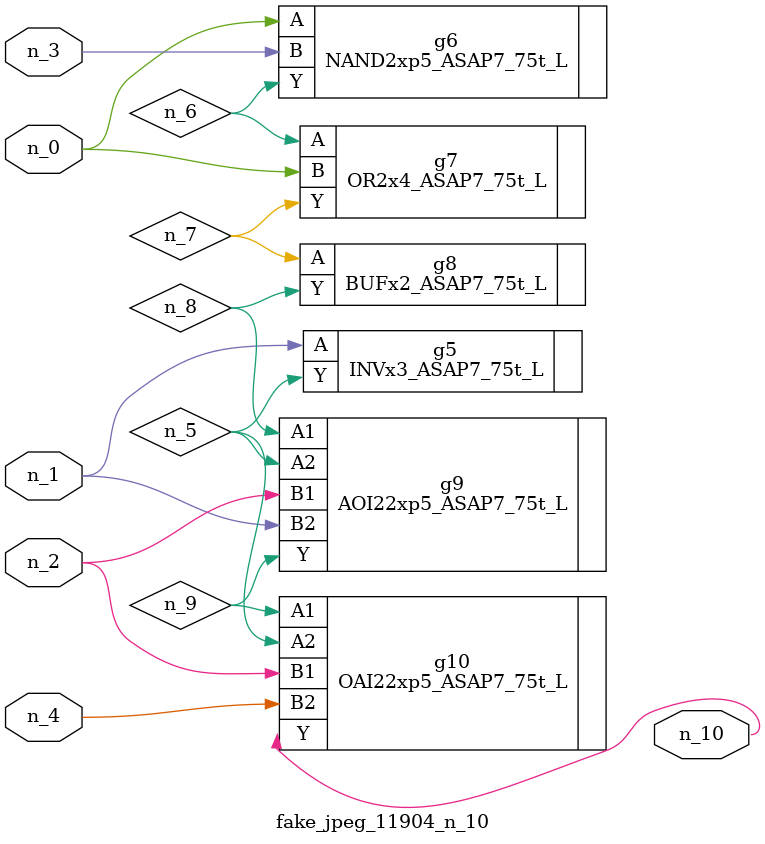
<source format=v>
module fake_jpeg_11904_n_10 (n_3, n_2, n_1, n_0, n_4, n_10);

input n_3;
input n_2;
input n_1;
input n_0;
input n_4;

output n_10;

wire n_8;
wire n_9;
wire n_6;
wire n_5;
wire n_7;

INVx3_ASAP7_75t_L g5 ( 
.A(n_1),
.Y(n_5)
);

NAND2xp5_ASAP7_75t_L g6 ( 
.A(n_0),
.B(n_3),
.Y(n_6)
);

OR2x4_ASAP7_75t_L g7 ( 
.A(n_6),
.B(n_0),
.Y(n_7)
);

BUFx2_ASAP7_75t_L g8 ( 
.A(n_7),
.Y(n_8)
);

AOI22xp5_ASAP7_75t_L g9 ( 
.A1(n_8),
.A2(n_5),
.B1(n_2),
.B2(n_1),
.Y(n_9)
);

OAI22xp5_ASAP7_75t_L g10 ( 
.A1(n_9),
.A2(n_5),
.B1(n_2),
.B2(n_4),
.Y(n_10)
);


endmodule
</source>
